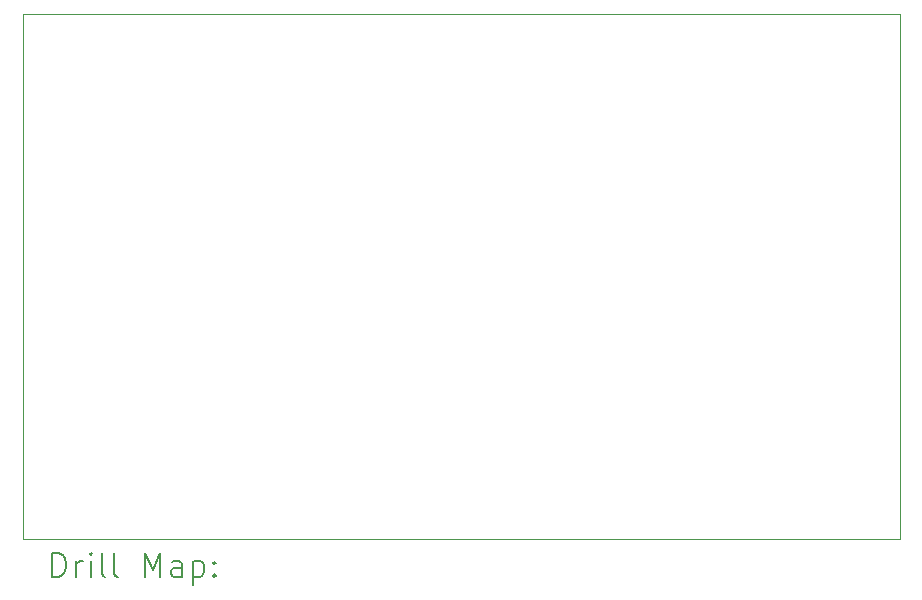
<source format=gbr>
%FSLAX45Y45*%
G04 Gerber Fmt 4.5, Leading zero omitted, Abs format (unit mm)*
G04 Created by KiCad (PCBNEW (6.0.6)) date 2022-10-18 23:29:13*
%MOMM*%
%LPD*%
G01*
G04 APERTURE LIST*
%TA.AperFunction,Profile*%
%ADD10C,0.100000*%
%TD*%
%ADD11C,0.200000*%
G04 APERTURE END LIST*
D10*
X21145500Y-9715500D02*
X28575000Y-9715500D01*
X28575000Y-9715500D02*
X28575000Y-14160500D01*
X21145500Y-9715500D02*
X21145500Y-14160500D01*
X21145500Y-14160500D02*
X28575000Y-14160500D01*
D11*
X21398119Y-14475976D02*
X21398119Y-14275976D01*
X21445738Y-14275976D01*
X21474310Y-14285500D01*
X21493357Y-14304548D01*
X21502881Y-14323595D01*
X21512405Y-14361690D01*
X21512405Y-14390262D01*
X21502881Y-14428357D01*
X21493357Y-14447405D01*
X21474310Y-14466452D01*
X21445738Y-14475976D01*
X21398119Y-14475976D01*
X21598119Y-14475976D02*
X21598119Y-14342643D01*
X21598119Y-14380738D02*
X21607643Y-14361690D01*
X21617167Y-14352167D01*
X21636214Y-14342643D01*
X21655262Y-14342643D01*
X21721929Y-14475976D02*
X21721929Y-14342643D01*
X21721929Y-14275976D02*
X21712405Y-14285500D01*
X21721929Y-14295024D01*
X21731452Y-14285500D01*
X21721929Y-14275976D01*
X21721929Y-14295024D01*
X21845738Y-14475976D02*
X21826690Y-14466452D01*
X21817167Y-14447405D01*
X21817167Y-14275976D01*
X21950500Y-14475976D02*
X21931452Y-14466452D01*
X21921929Y-14447405D01*
X21921929Y-14275976D01*
X22179071Y-14475976D02*
X22179071Y-14275976D01*
X22245738Y-14418833D01*
X22312405Y-14275976D01*
X22312405Y-14475976D01*
X22493357Y-14475976D02*
X22493357Y-14371214D01*
X22483833Y-14352167D01*
X22464786Y-14342643D01*
X22426690Y-14342643D01*
X22407643Y-14352167D01*
X22493357Y-14466452D02*
X22474309Y-14475976D01*
X22426690Y-14475976D01*
X22407643Y-14466452D01*
X22398119Y-14447405D01*
X22398119Y-14428357D01*
X22407643Y-14409309D01*
X22426690Y-14399786D01*
X22474309Y-14399786D01*
X22493357Y-14390262D01*
X22588595Y-14342643D02*
X22588595Y-14542643D01*
X22588595Y-14352167D02*
X22607643Y-14342643D01*
X22645738Y-14342643D01*
X22664786Y-14352167D01*
X22674309Y-14361690D01*
X22683833Y-14380738D01*
X22683833Y-14437881D01*
X22674309Y-14456928D01*
X22664786Y-14466452D01*
X22645738Y-14475976D01*
X22607643Y-14475976D01*
X22588595Y-14466452D01*
X22769548Y-14456928D02*
X22779071Y-14466452D01*
X22769548Y-14475976D01*
X22760024Y-14466452D01*
X22769548Y-14456928D01*
X22769548Y-14475976D01*
X22769548Y-14352167D02*
X22779071Y-14361690D01*
X22769548Y-14371214D01*
X22760024Y-14361690D01*
X22769548Y-14352167D01*
X22769548Y-14371214D01*
M02*

</source>
